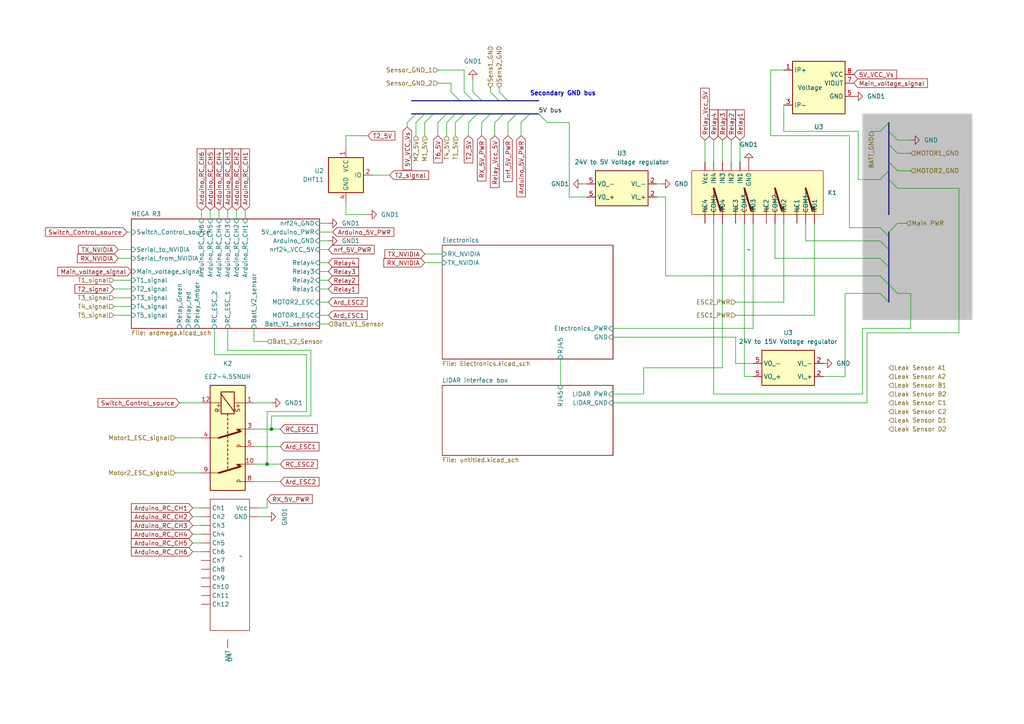
<source format=kicad_sch>
(kicad_sch (version 20230121) (generator eeschema)
  (paper "A4")
  (lib_symbols
    (symbol "ACS715xLCTR-20A_1"
      (property "Reference" "U1" (at -1.2065 11.43 0))
      (property "Value" "Current sensor" (at -1.2065 8.89 0))
      (symbol "ACS715xLCTR-20A_1_0_1"
        (rectangle (start -7.62 7.62) (end 7.62 -7.62) (stroke (width 0.254)) (fill (type background)))
      )
      (symbol "ACS715xLCTR-20A_1_1_1"
        (pin passive line (at -10.16 5.08 0) (length 2.54) (name "IP+") (number "1"))
        (pin passive line (at -10.16 5.08 0) (length 2.54) hide (name "IP+") (number "2"))
        (pin passive line (at -10.16 -5.08 0) (length 2.54) (name "IP-") (number "3"))
        (pin passive line (at -10.16 -5.08 0) (length 2.54) hide (name "IP-") (number "4"))
        (pin power_in line (at 10.16 -2.54 180) (length 2.54) (name "GND") (number "5"))
        (pin output line (at 10.16 1.27 180) (length 2.54) (name "VIOUT") (number "7"))
        (pin power_in line (at 10.16 3.81 180) (length 2.54) (name "VCC") (number "8"))
      )
    )
    (symbol "MRS:4way_Relay"
      (property "Reference" "K1" (at 0 -1.27 90))
      (property "Value" "~" (at 3.81 15.24 0))
      (symbol "4way_Relay_0_1"
        (polyline (pts (xy -12.7 -2.54) (xy -12.7 5.08)))
        (polyline (pts (xy -3.81 -2.54) (xy -3.81 5.08)))
        (polyline (pts (xy 5.08 -2.54) (xy 5.08 5.08)))
        (polyline (pts (xy 13.97 -2.54) (xy 13.97 5.08)))
      )
      (symbol "4way_Relay_1_1"
        (rectangle (start -17.78 5.08) (end 20.32 -7.62) (fill (type background)))
        (polyline (pts (xy -12.7 -2.54) (xy -14.605 3.81)) (stroke (width 0.508)))
        (polyline (pts (xy -3.81 -2.54) (xy -5.715 3.81)) (stroke (width 0.508)))
        (polyline (pts (xy 5.08 -2.54) (xy 3.175 3.81)) (stroke (width 0.508)))
        (polyline (pts (xy 13.97 -2.54) (xy 12.065 3.81)) (stroke (width 0.508)))
        (polyline (pts (xy -15.24 5.08) (xy -15.24 2.54) (xy -14.605 3.175) (xy -15.24 3.81)) (fill (type outline)))
        (polyline (pts (xy -10.16 5.08) (xy -10.16 2.54) (xy -10.795 3.175) (xy -10.16 3.81)))
        (polyline (pts (xy -6.35 5.08) (xy -6.35 2.54) (xy -5.715 3.175) (xy -6.35 3.81)) (fill (type outline)))
        (polyline (pts (xy -1.27 5.08) (xy -1.27 2.54) (xy -1.905 3.175) (xy -1.27 3.81)))
        (polyline (pts (xy 2.54 5.08) (xy 2.54 2.54) (xy 3.175 3.175) (xy 2.54 3.81)) (fill (type outline)))
        (polyline (pts (xy 7.62 5.08) (xy 7.62 2.54) (xy 6.985 3.175) (xy 7.62 3.81)))
        (polyline (pts (xy 11.43 5.08) (xy 11.43 2.54) (xy 12.065 3.175) (xy 11.43 3.81)) (fill (type outline)))
        (polyline (pts (xy 16.51 5.08) (xy 16.51 2.54) (xy 15.875 3.175) (xy 16.51 3.81)))
        (pin input line (at -12.7 7.62 270) (length 2.54) (name "COM1") (number ""))
        (pin input line (at -3.81 7.62 270) (length 2.54) (name "COM2") (number ""))
        (pin input line (at 5.08 7.62 270) (length 2.54) (name "COM3") (number ""))
        (pin input line (at 13.97 7.62 270) (length 2.54) (name "COM4") (number ""))
        (pin output line (at 3.81 -10.16 90) (length 2.54) (name "GND") (number ""))
        (pin input line (at 6.35 -10.16 90) (length 2.54) (name "IN1") (number ""))
        (pin input line (at 8.89 -10.16 90) (length 2.54) (name "IN2") (number ""))
        (pin input line (at 11.43 -10.16 90) (length 2.54) (name "IN3") (number ""))
        (pin input line (at 13.97 -10.16 90) (length 2.54) (name "IN4") (number ""))
        (pin output line (at -10.16 7.62 270) (length 2.54) (name "NC1") (number ""))
        (pin output line (at -1.27 7.62 270) (length 2.54) (name "NC2") (number ""))
        (pin output line (at 7.62 7.62 270) (length 2.54) (name "NC3") (number ""))
        (pin output line (at 16.51 7.62 270) (length 2.54) (name "NC4") (number ""))
        (pin output line (at -15.24 7.62 270) (length 2.54) (name "NO1") (number ""))
        (pin output line (at -6.35 7.62 270) (length 2.54) (name "NO2") (number ""))
        (pin output line (at 2.54 7.62 270) (length 2.54) (name "NO3") (number ""))
        (pin output line (at 11.43 7.62 270) (length 2.54) (name "NO4") (number ""))
        (pin input line (at 16.51 -10.16 90) (length 2.54) (name "Vcc") (number ""))
      )
    )
    (symbol "MRS:PTN78000W_EUS-5"
      (property "Reference" "U1" (at 0 10.16 0))
      (property "Value" "18V to 5V Voltage regulator" (at 0 7.62 0))
      (symbol "PTN78000W_EUS-5_0_1"
        (rectangle (start -7.62 5.08) (end 7.62 -5.08) (stroke (width 0.254)) (fill (type background)))
      )
      (symbol "PTN78000W_EUS-5_1_1"
        (pin power_in line (at -10.16 2.54 0) (length 2.54) (name "VI_+") (number "2"))
        (pin power_in line (at -10.16 -1.27 0) (length 2.54) (name "VI_-") (number "2"))
        (pin power_out line (at 10.16 2.54 180) (length 2.54) (name "VO_+") (number "5"))
        (pin power_out line (at 10.16 -1.27 180) (length 2.54) (name "VO_-") (number "5"))
      )
    )
    (symbol "MRS:R12DS"
      (property "Reference" "U" (at 0 0 0))
      (symbol "R12DS_0_1"
        (rectangle (start -3.81 21.59) (end 7.62 -16.51))
      )
      (symbol "R12DS_1_0"
        (pin output line (at 10.16 8.89 180) (length 2.54) (name "Ch10") (number ""))
        (pin output line (at 10.16 11.43 180) (length 2.54) (name "Ch11") (number ""))
        (pin output line (at 10.16 13.97 180) (length 2.54) (name "Ch12") (number ""))
        (pin output line (at 10.16 -11.43 180) (length 2.54) (name "Ch2") (number ""))
        (pin output line (at 10.16 -8.89 180) (length 2.54) (name "Ch3") (number ""))
        (pin output line (at 10.16 -6.35 180) (length 2.54) (name "Ch4") (number ""))
        (pin output line (at 10.16 -3.81 180) (length 2.54) (name "Ch5") (number ""))
        (pin output line (at 10.16 -1.27 180) (length 2.54) (name "Ch6") (number ""))
        (pin output line (at 10.16 1.27 180) (length 2.54) (name "Ch7") (number ""))
        (pin output line (at 10.16 3.81 180) (length 2.54) (name "Ch8") (number ""))
        (pin output line (at 10.16 6.35 180) (length 2.54) (name "Ch9") (number ""))
      )
      (symbol "R12DS_1_1"
        (pin input line (at 2.54 24.13 90) (length 2.54) (name "ANT") (number ""))
        (pin output line (at 10.16 -13.97 180) (length 2.54) (name "Ch1") (number ""))
        (pin output line (at -6.35 -11.43 0) (length 2.54) (name "GND") (number ""))
        (pin input line (at -6.35 -13.97 0) (length 2.54) (name "Vcc") (number ""))
      )
    )
    (symbol "Relay:EE2-4.5SNUH"
      (property "Reference" "K" (at 15.24 8.89 0))
      (property "Value" "EE2-4.5SNUH" (at 20.32 6.35 0))
      (symbol "EE2-4.5SNUH_1_1"
        (rectangle (start -15.24 5.08) (end 15.24 -5.08) (stroke (width 0.254)) (fill (type background)))
        (rectangle (start -13.335 1.905) (end -6.985 -1.905) (stroke (width 0.254)))
        (polyline (pts (xy -12.7 -1.905) (xy -7.62 1.905)) (stroke (width 0.254)))
        (polyline (pts (xy -10.16 -5.08) (xy -10.16 -1.905)))
        (polyline (pts (xy -10.16 5.08) (xy -10.16 1.905)))
        (polyline (pts (xy -6.985 0) (xy -6.35 0)) (stroke (width 0.254)))
        (polyline (pts (xy -5.715 0) (xy -5.08 0)) (stroke (width 0.254)))
        (polyline (pts (xy -4.445 0) (xy -3.81 0)) (stroke (width 0.254)))
        (polyline (pts (xy -3.175 0) (xy -2.54 0)) (stroke (width 0.254)))
        (polyline (pts (xy -1.905 0) (xy -1.27 0)) (stroke (width 0.254)))
        (polyline (pts (xy -0.635 0) (xy 0 0)) (stroke (width 0.254)))
        (polyline (pts (xy 0 -2.54) (xy -1.905 3.81)) (stroke (width 0.508)))
        (polyline (pts (xy 0 -2.54) (xy 0 -5.08)))
        (polyline (pts (xy 0.635 0) (xy 1.27 0)) (stroke (width 0.254)))
        (polyline (pts (xy 1.905 0) (xy 2.54 0)) (stroke (width 0.254)))
        (polyline (pts (xy 3.175 0) (xy 3.81 0)) (stroke (width 0.254)))
        (polyline (pts (xy 4.445 0) (xy 5.08 0)) (stroke (width 0.254)))
        (polyline (pts (xy 5.715 0) (xy 6.35 0)) (stroke (width 0.254)))
        (polyline (pts (xy 6.985 0) (xy 7.62 0)) (stroke (width 0.254)))
        (polyline (pts (xy 8.255 0) (xy 8.89 0)) (stroke (width 0.254)))
        (polyline (pts (xy 10.16 -2.54) (xy 8.255 3.81)) (stroke (width 0.508)))
        (polyline (pts (xy 10.16 -2.54) (xy 10.16 -5.08)))
        (polyline (pts (xy -2.54 5.08) (xy -2.54 2.54) (xy -1.905 3.175) (xy -2.54 3.81)) (fill (type outline)))
        (polyline (pts (xy 2.54 5.08) (xy 2.54 2.54) (xy 1.905 3.175) (xy 2.54 3.81)))
        (polyline (pts (xy 7.62 5.08) (xy 7.62 2.54) (xy 8.255 3.175) (xy 7.62 3.81)) (fill (type outline)))
        (polyline (pts (xy 12.7 5.08) (xy 12.7 2.54) (xy 12.065 3.175) (xy 12.7 3.81)))
        (text "+" (at -9.398 -2.667 0) (effects (font (size 1.27 1.27))))
        (text "+" (at -9.271 2.921 0) (effects (font (size 1.27 1.27))))
        (text "R" (at -8.001 -2.921 0) (effects (font (size 1.27 1.27))))
        (text "S" (at -8.001 2.921 0) (effects (font (size 1.27 1.27))))
        (pin passive line (at -10.16 7.62 270) (length 2.54) (name "~") (number "1"))
        (pin passive line (at 7.62 7.62 270) (length 2.54) (name "~") (number "10"))
        (pin passive line (at -10.16 -7.62 90) (length 2.54) (name "~") (number "12"))
        (pin passive line (at -2.54 7.62 270) (length 2.54) (name "~") (number "3"))
        (pin passive line (at 0 -7.62 90) (length 2.54) (name "~") (number "4"))
        (pin passive line (at 2.54 7.62 270) (length 2.54) (name "~") (number "5"))
        (pin passive line (at 12.7 7.62 270) (length 2.54) (name "~") (number "8"))
        (pin passive line (at 10.16 -7.62 90) (length 2.54) (name "~") (number "9"))
      )
    )
    (symbol "Sensor:DHT11"
      (property "Reference" "U" (at -3.81 6.35 0))
      (property "Value" "DHT11" (at 3.81 6.35 0))
      (symbol "DHT11_0_1"
        (rectangle (start -5.08 5.08) (end 5.08 -5.08) (stroke (width 0.254)) (fill (type background)))
      )
      (symbol "DHT11_1_1"
        (pin power_in line (at 0 7.62 270) (length 2.54) (name "VCC") (number "1"))
        (pin bidirectional line (at 7.62 0 180) (length 2.54) (name "IO") (number "2"))
        (pin no_connect line (at -5.08 0 0) (length 2.54) hide (name "NC") (number "3"))
        (pin power_in line (at 0 -7.62 90) (length 2.54) (name "GND") (number "4"))
      )
    )
    (symbol "power:GND" (power) (pin_names (offset 0))
      (property "Value" "GND" (at 0 -3.81 0))
      (symbol "GND_0_1"
        (polyline (pts (xy 0 0) (xy 0 -1.27) (xy 1.27 -1.27) (xy 0 -2.54) (xy -1.27 -1.27) (xy 0 -1.27)))
      )
      (symbol "GND_1_1"
        (pin power_in line (at 0 0 270) (length 0) hide (name "GND") (number "1"))
      )
    )
    (symbol "power:GND1" (power) (pin_names (offset 0))
      (property "Value" "GND1" (at 0 -3.81 0))
      (symbol "GND1_0_1"
        (polyline (pts (xy 0 0) (xy 0 -1.27) (xy 1.27 -1.27) (xy 0 -2.54) (xy -1.27 -1.27) (xy 0 -1.27)))
      )
      (symbol "GND1_1_1"
        (pin power_in line (at 0 0 270) (length 0) hide (name "GND1") (number "1"))
      )
    )
  )
  (junction (at 78.74 124.46))
  (junction (at 77.47 134.62))
  (bus_entry (at 257.81 38.1) (size 2.54 2.54))
  (bus_entry (at 257.81 67.31) (size 2.54 -2.54))
  (bus_entry (at 129.54 33.02) (size -2.54 2.54))
  (bus_entry (at 257.81 77.47) (size -2.54 -2.54))
  (bus_entry (at 142.24 33.02) (size -2.54 2.54))
  (bus_entry (at 146.05 33.02) (size -2.54 2.54))
  (bus_entry (at 153.67 33.02) (size -2.54 2.54))
  (bus_entry (at 130.81 26.67) (size 2.54 2.54))
  (bus_entry (at 255.27 66.04) (size 2.54 2.54))
  (bus_entry (at 142.24 26.67) (size 2.54 2.54))
  (bus_entry (at 134.62 33.02) (size -2.54 2.54))
  (bus_entry (at 138.43 33.02) (size -2.54 2.54))
  (bus_entry (at 257.81 87.63) (size -2.54 -2.54))
  (bus_entry (at 257.81 49.53) (size -2.54 2.54))
  (bus_entry (at 257.81 41.91) (size 2.54 2.54))
  (bus_entry (at 134.62 26.67) (size 2.54 2.54))
  (bus_entry (at 132.08 33.02) (size -2.54 2.54))
  (bus_entry (at 144.78 26.67) (size 2.54 2.54))
  (bus_entry (at 257.81 46.99) (size 2.54 2.54))
  (bus_entry (at 257.81 82.55) (size 2.54 2.54))
  (bus_entry (at 257.81 72.39) (size -2.54 -2.54))
  (bus_entry (at 120.65 33.02) (size -2.54 2.54))
  (bus_entry (at 149.86 33.02) (size -2.54 2.54))
  (bus_entry (at 137.16 26.67) (size 2.54 2.54))
  (bus_entry (at 257.81 52.07) (size 2.54 2.54))
  (bus_entry (at 156.21 33.02) (size 2.54 2.54))
  (bus_entry (at 123.19 33.02) (size -2.54 2.54))
  (bus_entry (at 125.73 33.02) (size -2.54 2.54))
  (bus_entry (at 257.81 82.55) (size -2.54 -2.54))
  (bus_entry (at 257.81 35.56) (size -2.54 2.54))
  (wire (pts (xy 214.63 40.64) (xy 214.63 46.99)))
  (wire (pts (xy 264.16 49.53) (xy 260.35 49.53)))
  (wire (pts (xy 78.74 120.65) (xy 90.17 120.65)))
  (wire (pts (xy 78.74 124.46) (xy 81.28 124.46)))
  (wire (pts (xy 92.71 69.85) (xy 95.25 69.85)))
  (wire (pts (xy 34.29 74.93) (xy 38.1 74.93)))
  (wire (pts (xy 90.17 120.65) (xy 90.17 101.6)))
  (wire (pts (xy 193.04 57.15) (xy 193.04 80.01)))
  (wire (pts (xy 209.55 40.64) (xy 209.55 46.99)))
  (wire (pts (xy 207.01 40.64) (xy 207.01 46.99)))
  (wire (pts (xy 255.27 38.1) (xy 252.73 38.1)))
  (wire (pts (xy 123.19 35.56) (xy 123.19 39.37)))
  (wire (pts (xy 215.9 109.22) (xy 218.44 109.22)))
  (wire (pts (xy 33.02 88.9) (xy 38.1 88.9)))
  (wire (pts (xy 73.66 95.25) (xy 73.66 99.06)))
  (wire (pts (xy 227.33 38.1) (xy 248.92 38.1)))
  (wire (pts (xy 123.19 76.2) (xy 128.27 76.2)))
  (wire (pts (xy 73.66 99.06) (xy 77.47 99.06)))
  (wire (pts (xy 92.71 81.28) (xy 95.25 81.28)))
  (bus (pts (xy 137.16 29.21) (xy 139.7 29.21)))
  (bus (pts (xy 257.81 82.55) (xy 257.81 87.63)))
  (wire (pts (xy 55.88 152.4) (xy 58.42 152.4)))
  (wire (pts (xy 92.71 72.39) (xy 95.25 72.39)))
  (wire (pts (xy 227.33 64.77) (xy 227.33 87.63)))
  (wire (pts (xy 245.11 109.22) (xy 245.11 85.09)))
  (wire (pts (xy 134.62 26.67) (xy 134.62 20.32)))
  (wire (pts (xy 215.9 64.77) (xy 215.9 109.22)))
  (wire (pts (xy 193.04 80.01) (xy 255.27 80.01)))
  (wire (pts (xy 55.88 154.94) (xy 58.42 154.94)))
  (wire (pts (xy 264.16 40.64) (xy 260.35 40.64)))
  (bus (pts (xy 257.81 49.53) (xy 257.81 46.99)))
  (wire (pts (xy 127 35.56) (xy 127 39.37)))
  (wire (pts (xy 190.5 53.34) (xy 191.77 53.34)))
  (bus (pts (xy 133.35 29.21) (xy 137.16 29.21)))
  (wire (pts (xy 88.9 102.87) (xy 62.23 102.87)))
  (wire (pts (xy 78.74 124.46) (xy 78.74 120.65)))
  (wire (pts (xy 58.42 60.96) (xy 58.42 63.5)))
  (wire (pts (xy 223.52 20.32) (xy 227.33 20.32)))
  (wire (pts (xy 73.66 139.7) (xy 81.28 139.7)))
  (wire (pts (xy 77.47 144.78) (xy 77.47 147.32)))
  (bus (pts (xy 257.81 38.1) (xy 257.81 35.56)))
  (wire (pts (xy 92.71 91.44) (xy 95.25 91.44)))
  (wire (pts (xy 33.02 91.44) (xy 38.1 91.44)))
  (wire (pts (xy 92.71 83.82) (xy 95.25 83.82)))
  (wire (pts (xy 233.68 69.85) (xy 233.68 64.77)))
  (bus (pts (xy 149.86 33.02) (xy 153.67 33.02)))
  (bus (pts (xy 123.19 33.02) (xy 125.73 33.02)))
  (wire (pts (xy 250.19 114.3) (xy 207.01 114.3)))
  (wire (pts (xy 63.5 60.96) (xy 63.5 63.5)))
  (wire (pts (xy 223.52 39.37) (xy 223.52 20.32)))
  (wire (pts (xy 77.47 134.62) (xy 77.47 119.38)))
  (wire (pts (xy 207.01 114.3) (xy 207.01 64.77)))
  (bus (pts (xy 153.67 33.02) (xy 156.21 33.02)))
  (wire (pts (xy 168.91 53.34) (xy 170.18 53.34)))
  (bus (pts (xy 257.81 68.58) (xy 257.81 72.39)))
  (bus (pts (xy 134.62 33.02) (xy 138.43 33.02)))
  (wire (pts (xy 36.83 67.31) (xy 38.1 67.31)))
  (wire (pts (xy 144.78 25.4) (xy 144.78 26.67)))
  (wire (pts (xy 130.81 24.13) (xy 127 24.13)))
  (wire (pts (xy 74.93 149.86) (xy 77.47 149.86)))
  (bus (pts (xy 138.43 33.02) (xy 142.24 33.02)))
  (wire (pts (xy 246.38 66.04) (xy 246.38 39.37)))
  (wire (pts (xy 73.66 124.46) (xy 78.74 124.46)))
  (bus (pts (xy 257.81 52.07) (xy 257.81 49.53)))
  (wire (pts (xy 62.23 95.25) (xy 62.23 102.87)))
  (wire (pts (xy 151.13 35.56) (xy 151.13 39.37)))
  (wire (pts (xy 52.07 116.84) (xy 58.42 116.84)))
  (wire (pts (xy 238.76 109.22) (xy 245.11 109.22)))
  (wire (pts (xy 33.02 83.82) (xy 38.1 83.82)))
  (wire (pts (xy 260.35 64.77) (xy 262.89 64.77)))
  (wire (pts (xy 213.36 91.44) (xy 236.22 91.44)))
  (wire (pts (xy 55.88 160.02) (xy 58.42 160.02)))
  (wire (pts (xy 90.17 101.6) (xy 66.04 101.6)))
  (bus (pts (xy 125.73 33.02) (xy 129.54 33.02)))
  (wire (pts (xy 186.69 106.68) (xy 186.69 114.3)))
  (wire (pts (xy 260.35 54.61) (xy 278.13 54.61)))
  (wire (pts (xy 33.02 81.28) (xy 38.1 81.28)))
  (wire (pts (xy 135.89 35.56) (xy 135.89 39.37)))
  (wire (pts (xy 251.46 116.84) (xy 251.46 96.52)))
  (wire (pts (xy 130.81 26.67) (xy 130.81 24.13)))
  (wire (pts (xy 60.96 60.96) (xy 60.96 63.5)))
  (wire (pts (xy 158.75 35.56) (xy 165.1 35.56)))
  (wire (pts (xy 92.71 67.31) (xy 96.52 67.31)))
  (bus (pts (xy 119.38 29.21) (xy 133.35 29.21)))
  (bus (pts (xy 119.38 33.02) (xy 120.65 33.02)))
  (wire (pts (xy 92.71 76.2) (xy 95.25 76.2)))
  (wire (pts (xy 213.36 87.63) (xy 227.33 87.63)))
  (wire (pts (xy 213.36 105.41) (xy 213.36 97.79)))
  (wire (pts (xy 264.16 95.25) (xy 264.16 85.09)))
  (wire (pts (xy 71.12 60.96) (xy 71.12 63.5)))
  (wire (pts (xy 143.51 35.56) (xy 143.51 39.37)))
  (wire (pts (xy 92.71 78.74) (xy 95.25 78.74)))
  (wire (pts (xy 204.47 40.64) (xy 204.47 46.99)))
  (wire (pts (xy 107.95 50.8) (xy 113.03 50.8)))
  (wire (pts (xy 255.27 66.04) (xy 246.38 66.04)))
  (wire (pts (xy 251.46 96.52) (xy 278.13 96.52)))
  (wire (pts (xy 142.24 25.4) (xy 142.24 26.67)))
  (wire (pts (xy 139.7 35.56) (xy 139.7 39.37)))
  (wire (pts (xy 137.16 22.86) (xy 137.16 26.67)))
  (bus (pts (xy 144.78 29.21) (xy 147.32 29.21)))
  (wire (pts (xy 246.38 39.37) (xy 223.52 39.37)))
  (wire (pts (xy 77.47 119.38) (xy 88.9 119.38)))
  (wire (pts (xy 278.13 96.52) (xy 278.13 54.61)))
  (wire (pts (xy 100.33 62.23) (xy 106.68 62.23)))
  (wire (pts (xy 50.8 137.16) (xy 58.42 137.16)))
  (wire (pts (xy 236.22 64.77) (xy 236.22 91.44)))
  (bus (pts (xy 132.08 33.02) (xy 134.62 33.02)))
  (wire (pts (xy 92.71 64.77) (xy 95.25 64.77)))
  (wire (pts (xy 147.32 35.56) (xy 147.32 39.37)))
  (wire (pts (xy 218.44 64.77) (xy 218.44 95.25)))
  (wire (pts (xy 77.47 147.32) (xy 74.93 147.32)))
  (wire (pts (xy 186.69 114.3) (xy 177.8 114.3)))
  (wire (pts (xy 213.36 97.79) (xy 177.8 97.79)))
  (wire (pts (xy 100.33 43.18) (xy 100.33 39.37)))
  (bus (pts (xy 129.54 33.02) (xy 132.08 33.02)))
  (wire (pts (xy 260.35 85.09) (xy 264.16 85.09)))
  (wire (pts (xy 177.8 116.84) (xy 251.46 116.84)))
  (wire (pts (xy 127 20.32) (xy 134.62 20.32)))
  (wire (pts (xy 165.1 35.56) (xy 165.1 57.15)))
  (wire (pts (xy 66.04 60.96) (xy 66.04 63.5)))
  (wire (pts (xy 66.04 95.25) (xy 66.04 101.6)))
  (wire (pts (xy 123.19 73.66) (xy 128.27 73.66)))
  (wire (pts (xy 92.71 87.63) (xy 95.25 87.63)))
  (wire (pts (xy 212.09 40.64) (xy 212.09 46.99)))
  (wire (pts (xy 33.02 86.36) (xy 38.1 86.36)))
  (wire (pts (xy 255.27 69.85) (xy 233.68 69.85)))
  (wire (pts (xy 132.08 35.56) (xy 132.08 39.37)))
  (wire (pts (xy 209.55 64.77) (xy 209.55 106.68)))
  (bus (pts (xy 147.32 29.21) (xy 156.21 29.21)))
  (wire (pts (xy 255.27 74.93) (xy 224.79 74.93)))
  (wire (pts (xy 209.55 106.68) (xy 186.69 106.68)))
  (wire (pts (xy 73.66 134.62) (xy 77.47 134.62)))
  (wire (pts (xy 55.88 149.86) (xy 58.42 149.86)))
  (wire (pts (xy 73.66 116.84) (xy 78.74 116.84)))
  (wire (pts (xy 55.88 157.48) (xy 58.42 157.48)))
  (wire (pts (xy 100.33 58.42) (xy 100.33 62.23)))
  (wire (pts (xy 170.18 57.15) (xy 165.1 57.15)))
  (wire (pts (xy 250.19 114.3) (xy 250.19 95.25)))
  (wire (pts (xy 218.44 105.41) (xy 213.36 105.41)))
  (wire (pts (xy 177.8 95.25) (xy 218.44 95.25)))
  (bus (pts (xy 257.81 46.99) (xy 257.81 41.91)))
  (wire (pts (xy 250.19 95.25) (xy 264.16 95.25)))
  (bus (pts (xy 257.81 62.23) (xy 257.81 52.07)))
  (wire (pts (xy 118.11 35.56) (xy 118.11 36.83)))
  (wire (pts (xy 162.56 104.14) (xy 162.56 111.76)))
  (bus (pts (xy 257.81 72.39) (xy 257.81 77.47)))
  (wire (pts (xy 120.65 35.56) (xy 120.65 39.37)))
  (wire (pts (xy 73.66 129.54) (xy 81.28 129.54)))
  (bus (pts (xy 142.24 33.02) (xy 146.05 33.02)))
  (bus (pts (xy 120.65 33.02) (xy 123.19 33.02)))
  (wire (pts (xy 50.8 127) (xy 58.42 127)))
  (wire (pts (xy 55.88 147.32) (xy 58.42 147.32)))
  (bus (pts (xy 257.81 67.31) (xy 257.81 68.58)))
  (wire (pts (xy 248.92 38.1) (xy 248.92 52.07)))
  (wire (pts (xy 77.47 134.62) (xy 81.28 134.62)))
  (wire (pts (xy 227.33 30.48) (xy 227.33 38.1)))
  (bus (pts (xy 257.81 41.91) (xy 257.81 38.1)))
  (wire (pts (xy 68.58 60.96) (xy 68.58 63.5)))
  (bus (pts (xy 257.81 77.47) (xy 257.81 82.55)))
  (wire (pts (xy 34.29 72.39) (xy 38.1 72.39)))
  (wire (pts (xy 224.79 74.93) (xy 224.79 64.77)))
  (wire (pts (xy 129.54 35.56) (xy 129.54 39.37)))
  (wire (pts (xy 245.11 85.09) (xy 255.27 85.09)))
  (wire (pts (xy 248.92 52.07) (xy 255.27 52.07)))
  (wire (pts (xy 95.25 93.98) (xy 92.71 93.98)))
  (bus (pts (xy 146.05 33.02) (xy 149.86 33.02)))
  (wire (pts (xy 100.33 39.37) (xy 106.68 39.37)))
  (wire (pts (xy 193.04 57.15) (xy 190.5 57.15)))
  (wire (pts (xy 88.9 119.38) (xy 88.9 102.87)))
  (bus (pts (xy 139.7 29.21) (xy 144.78 29.21)))
  (wire (pts (xy 264.16 44.45) (xy 260.35 44.45)))
  (rectangle (start 250.19 33.02) (end 281.94 92.71) (stroke (width 0) (color 194 194 194 1)) (fill (type color) (color 194 194 194 1)))
  (text "Secondary GND bus\n" (at 153.67 27.94 0) (effects (font (size 1.27 1.27) bold) (justify left bottom)))
  (label "5V bus" (at 156.21 33.02 0))
  (global_label "Arduino_RC_CH1" (shape input) (at 71.12 60.96 90) (property "Intersheetrefs" "${INTERSHEET_REFS}" (effects hide)))
  (global_label "TX_NVIDIA" (shape input) (at 123.19 73.66 180) (property "Intersheetrefs" "${INTERSHEET_REFS}" (effects hide)))
  (global_label "Arduino_RC_CH2" (shape input) (at 68.58 60.96 90) (property "Intersheetrefs" "${INTERSHEET_REFS}" (effects hide)))
  (global_label "Switch_Control_source" (shape input) (at 36.83 67.31 180) (property "Intersheetrefs" "${INTERSHEET_REFS}" (effects hide)))
  (global_label "Ard_ESC2" (shape input) (at 81.28 139.7 0) (property "Intersheetrefs" "${INTERSHEET_REFS}" (effects hide)))
  (global_label "Arduino_RC_CH6" (shape input) (at 55.88 160.02 180) (property "Intersheetrefs" "${INTERSHEET_REFS}" (effects hide)))
  (global_label "Relay3" (shape input) (at 95.25 78.74 0) (property "Intersheetrefs" "${INTERSHEET_REFS}" (effects hide)))
  (global_label "RC_ESC2" (shape input) (at 81.28 134.62 0) (property "Intersheetrefs" "${INTERSHEET_REFS}" (effects hide)))
  (global_label "T2_signal" (shape input) (at 33.02 83.82 180) (property "Intersheetrefs" "${INTERSHEET_REFS}" (effects hide)))
  (global_label "RC_ESC1" (shape input) (at 81.28 124.46 0) (property "Intersheetrefs" "${INTERSHEET_REFS}" (effects hide)))
  (global_label "Relay_Vcc_5V" (shape input) (at 204.47 40.64 90) (property "Intersheetrefs" "${INTERSHEET_REFS}" (effects hide)))
  (global_label "Arduino_RC_CH3" (shape input) (at 55.88 152.4 180) (property "Intersheetrefs" "${INTERSHEET_REFS}" (effects hide)))
  (global_label "Relay2" (shape input) (at 95.25 81.28 0) (property "Intersheetrefs" "${INTERSHEET_REFS}" (effects hide)))
  (global_label "Main_voltage_signal" (shape input) (at 247.65 24.13 0) (property "Intersheetrefs" "${INTERSHEET_REFS}" (effects hide)))
  (global_label "Main_voltage_signal" (shape input) (at 38.1 78.74 180) (property "Intersheetrefs" "${INTERSHEET_REFS}" (effects hide)))
  (global_label "Arduino_RC_CH1" (shape input) (at 55.88 147.32 180) (property "Intersheetrefs" "${INTERSHEET_REFS}" (effects hide)))
  (global_label "5V_VCC_Vs" (shape input) (at 118.11 36.83 270) (property "Intersheetrefs" "${INTERSHEET_REFS}" (effects hide)))
  (global_label "Relay2" (shape input) (at 212.09 40.64 90) (property "Intersheetrefs" "${INTERSHEET_REFS}" (effects hide)))
  (global_label "nrf_5V_PWR" (shape input) (at 147.32 39.37 270) (property "Intersheetrefs" "${INTERSHEET_REFS}" (effects hide)))
  (global_label "Relay4" (shape input) (at 95.25 76.2 0) (property "Intersheetrefs" "${INTERSHEET_REFS}" (effects hide)))
  (global_label "T2_5V" (shape input) (at 106.68 39.37 0) (property "Intersheetrefs" "${INTERSHEET_REFS}" (effects hide)))
  (global_label "Switch_Control_source" (shape input) (at 52.07 116.84 180) (property "Intersheetrefs" "${INTERSHEET_REFS}" (effects hide)))
  (global_label "T2_5V" (shape input) (at 135.89 39.37 270) (property "Intersheetrefs" "${INTERSHEET_REFS}" (effects hide)))
  (global_label "Arduino_5V_PWR" (shape input) (at 96.52 67.31 0) (property "Intersheetrefs" "${INTERSHEET_REFS}" (effects hide)))
  (global_label "Relay_Vcc_5V" (shape input) (at 143.51 39.37 270) (property "Intersheetrefs" "${INTERSHEET_REFS}" (effects hide)))
  (global_label "Relay1" (shape input) (at 95.25 83.82 0) (property "Intersheetrefs" "${INTERSHEET_REFS}" (effects hide)))
  (global_label "RX_5V_PWR" (shape input) (at 77.47 144.78 0) (property "Intersheetrefs" "${INTERSHEET_REFS}" (effects hide)))
  (global_label "RX_NVIDIA" (shape input) (at 34.29 74.93 180) (property "Intersheetrefs" "${INTERSHEET_REFS}" (effects hide)))
  (global_label "Ard_ESC2" (shape input) (at 95.25 87.63 0) (property "Intersheetrefs" "${INTERSHEET_REFS}" (effects hide)))
  (global_label "Arduino_5V_PWR" (shape input) (at 151.13 39.37 270) (property "Intersheetrefs" "${INTERSHEET_REFS}" (effects hide)))
  (global_label "Ard_ESC1" (shape input) (at 81.28 129.54 0) (property "Intersheetrefs" "${INTERSHEET_REFS}" (effects hide)))
  (global_label "Arduino_RC_CH4" (shape input) (at 63.5 60.96 90) (property "Intersheetrefs" "${INTERSHEET_REFS}" (effects hide)))
  (global_label "Arduino_RC_CH5" (shape input) (at 60.96 60.96 90) (property "Intersheetrefs" "${INTERSHEET_REFS}" (effects hide)))
  (global_label "5V_VCC_Vs" (shape input) (at 247.65 21.59 0) (property "Intersheetrefs" "${INTERSHEET_REFS}" (effects hide)))
  (global_label "RX_NVIDIA" (shape input) (at 123.19 76.2 180) (property "Intersheetrefs" "${INTERSHEET_REFS}" (effects hide)))
  (global_label "Arduino_RC_CH5" (shape input) (at 55.88 157.48 180) (property "Intersheetrefs" "${INTERSHEET_REFS}" (effects hide)))
  (global_label "Relay1" (shape input) (at 214.63 40.64 90) (property "Intersheetrefs" "${INTERSHEET_REFS}" (effects hide)))
  (global_label "Arduino_RC_CH3" (shape input) (at 66.04 60.96 90) (property "Intersheetrefs" "${INTERSHEET_REFS}" (effects hide)))
  (global_label "Arduino_RC_CH2" (shape input) (at 55.88 149.86 180) (property "Intersheetrefs" "${INTERSHEET_REFS}" (effects hide)))
  (global_label "Arduino_RC_CH6" (shape input) (at 58.42 60.96 90) (property "Intersheetrefs" "${INTERSHEET_REFS}" (effects hide)))
  (global_label "T2_signal" (shape input) (at 113.03 50.8 0) (property "Intersheetrefs" "${INTERSHEET_REFS}" (effects hide)))
  (global_label "Relay4" (shape input) (at 207.01 40.64 90) (property "Intersheetrefs" "${INTERSHEET_REFS}" (effects hide)))
  (global_label "Relay3" (shape input) (at 209.55 40.64 90) (property "Intersheetrefs" "${INTERSHEET_REFS}" (effects hide)))
  (global_label "Ard_ESC1" (shape input) (at 95.25 91.44 0) (property "Intersheetrefs" "${INTERSHEET_REFS}" (effects hide)))
  (global_label "Arduino_RC_CH4" (shape input) (at 55.88 154.94 180) (property "Intersheetrefs" "${INTERSHEET_REFS}" (effects hide)))
  (global_label "nrf_5V_PWR" (shape input) (at 95.25 72.39 0) (property "Intersheetrefs" "${INTERSHEET_REFS}" (effects hide)))
  (global_label "TX_NVIDIA" (shape input) (at 34.29 72.39 180) (property "Intersheetrefs" "${INTERSHEET_REFS}" (effects hide)))
  (global_label "T6_5V" (shape input) (at 127 39.37 270) (property "Intersheetrefs" "${INTERSHEET_REFS}" (effects hide)))
  (global_label "RX_5V_PWR" (shape input) (at 139.7 39.37 270) (property "Intersheetrefs" "${INTERSHEET_REFS}" (effects hide)))
  (hierarchical_label "Sens1_GND" (shape input) (at 142.24 25.4 90))
  (hierarchical_label "T3_signal" (shape input) (at 33.02 86.36 180))
  (hierarchical_label "T5_signal" (shape input) (at 33.02 91.44 180))
  (hierarchical_label "Leak Sensor C1" (shape input) (at 257.81 116.84 0))
  (hierarchical_label "Leak Sensor D2" (shape input) (at 257.81 124.46 0))
  (hierarchical_label "Motor2_ESC_signal" (shape input) (at 50.8 137.16 180))
  (hierarchical_label "Leak Sensor B1" (shape input) (at 257.81 111.76 0))
  (hierarchical_label "Leak Sensor B2" (shape input) (at 257.81 114.3 0))
  (hierarchical_label "Batt_V2_Sensor" (shape input) (at 77.47 99.06 0))
  (hierarchical_label "MOTOR1_GND" (shape input) (at 264.16 44.45 0))
  (hierarchical_label "ESC1_PWR" (shape input) (at 213.36 91.44 180))
  (hierarchical_label "Sensor_GND_1" (shape input) (at 127 20.32 180))
  (hierarchical_label "M2_5V" (shape input) (at 120.65 39.37 270))
  (hierarchical_label "Leak Sensor C2" (shape input) (at 257.81 119.38 0))
  (hierarchical_label "Motor1_ESC_signal" (shape input) (at 50.8 127 180))
  (hierarchical_label "Main PWR" (shape input) (at 262.89 64.77 0))
  (hierarchical_label "Leak Sensor D1" (shape input) (at 257.81 121.92 0))
  (hierarchical_label "Leak Sensor A1" (shape input) (at 257.81 106.68 0))
  (hierarchical_label "Sensor_GND_2" (shape input) (at 127 24.13 180))
  (hierarchical_label "Batt_V1_Sensor" (shape input) (at 95.25 93.98 0))
  (hierarchical_label "ESC2_PWR" (shape input) (at 213.36 87.63 180))
  (hierarchical_label "T1_5V" (shape input) (at 132.08 39.37 270))
  (hierarchical_label "T1_signal" (shape input) (at 33.02 81.28 180))
  (hierarchical_label "T4_signal" (shape input) (at 33.02 88.9 180))
  (hierarchical_label "M1_5V" (shape input) (at 123.19 39.37 270))
  (hierarchical_label "T4_5V" (shape input) (at 129.54 39.37 270))
  (hierarchical_label "Leak Sensor A2" (shape input) (at 257.81 109.22 0))
  (hierarchical_label "BATT_GND" (shape input) (at 252.73 38.1 270))
  (hierarchical_label "Sens2_GND" (shape input) (at 144.78 25.4 90))
  (hierarchical_label "MOTOR2_GND" (shape input) (at 264.16 49.53 0))
  (symbol (lib_id "Relay:EE2-4.5SNUH") (at 66.04 127 270) (unit 1)
    (property "Reference" "K2" (at 66.04 105.41 90))
    (property "Value" "EE2-4.5SNUH" (at 66.04 109.22 90))
    (property "Footprint" "Relay_SMD:Relay_DPDT_Kemet_EE2_NUH" (effects hide))
    (property "Datasheet" "https://content.kemet.com/datasheets/KEM_R7002_EC2_EE2.pdf" (effects hide))
    (instances (project "MRS_Strathvoyager_2" (path "" (reference "K2") (unit 1)) (path "" (reference "K3") (unit 1))) (project "Onebox_solution" (path "" (reference "K1") (unit 1))))
  )
  (symbol (lib_id "power:GND1") (at 78.74 116.84 90) (unit 1)
    (property "Reference" "#PWR013" (effects hide))
    (property "Value" "GND1" (at 82.55 116.84 90) (effects (justify right)))
    (instances (project "MRS_Strathvoyager_2" (path "" (reference "#PWR013") (unit 1)) (path "" (reference "#PWR015") (unit 1))) (project "Onebox_solution" (path "" (reference "#PWR03") (unit 1))))
  )
  (symbol (lib_id "power:GND") (at 238.76 105.41 90) (unit 1)
    (property "Reference" "#PWR012" (effects hide))
    (property "Value" "GND" (at 242.57 105.41 90) (effects (justify right)))
    (instances (project "MRS_Strathvoyager_2" (path "" (reference "#PWR012") (unit 1)) (path "" (reference "#PWR020") (unit 1))) (project "Onebox_solution" (path "" (reference "#PWR011") (unit 1))))
  )
  (symbol (lib_id "power:GND1") (at 217.17 46.99 180) (unit 1)
    (property "Reference" "#PWR05" (effects hide))
    (property "Value" "GND1" (at 217.17 41.91 0))
    (instances (project "MRS_Strathvoyager_2" (path "" (reference "#PWR05") (unit 1)) (path "" (reference "#PWR021") (unit 1))) (project "Onebox_solution" (path "" (reference "#PWR09") (unit 1))))
  )
  (symbol (lib_id "Sensor:DHT11") (at 100.33 50.8 0) (unit 1)
    (property "Reference" "U2" (at 93.98 49.53 0) (effects (justify right)))
    (property "Value" "DHT11" (at 93.98 52.07 0) (effects (justify right)))
    (property "Footprint" "Sensor:Aosong_DHT11_5.5x12.0_P2.54mm" (effects hide))
    (property "Datasheet" "http://akizukidenshi.com/download/ds/aosong/DHT11.pdf" (effects hide))
    (instances (project "MRS_Strathvoyager_2" (path "" (reference "U2") (unit 1)) (path "" (reference "T2") (unit 1)) (path "" (reference "T5") (unit 1))) (project "Onebox_solution" (path "" (reference "U1") (unit 1))))
  )
  (symbol (lib_id "power:GND1") (at 247.65 27.94 90) (unit 1)
    (property "Reference" "#PWR03" (effects hide))
    (property "Value" "GND1" (at 251.46 27.94 90) (effects (justify right)))
    (instances (project "MRS_Strathvoyager_2" (path "" (reference "#PWR03") (unit 1)) (path "" (reference "#PWR018") (unit 1))) (project "Onebox_solution" (path "" (reference "#PWR012") (unit 1))))
  )
  (symbol (lib_id "MRS:R12DS") (at 68.58 161.29 180) (unit 1)
    (property "Reference" "U4" (at 66.675 189.23 90) (effects (justify left)))
    (property "Value" "~" (at 69.85 161.29 0))
    (instances (project "MRS_Strathvoyager_2" (path "" (reference "U4") (unit 1)) (path "" (reference "U1") (unit 1))) (project "Onebox_solution" (path "" (reference "U2") (unit 1))))
  )
  (symbol (lib_id "power:GND") (at 191.77 53.34 90) (unit 1)
    (property "Reference" "#PWR012" (effects hide))
    (property "Value" "GND" (at 195.58 53.34 90) (effects (justify right)))
    (instances (project "MRS_Strathvoyager_2" (path "" (reference "#PWR012") (unit 1)) (path "" (reference "#PWR020") (unit 1))) (project "Onebox_solution" (path "" (reference "#PWR08") (unit 1))))
  )
  (symbol (lib_name "ACS715xLCTR-20A_1") (lib_id "Sensor_Current:ACS715xLCTR-20A") (at 237.49 25.4 0) (unit 1)
    (property "Reference" "U3" (at 237.49 36.83 0))
    (property "Value" "Voltage" (at 234.95 25.4 0))
    (property "Footprint" "Package_SO:SOIC-8_3.9x4.9mm_P1.27mm" (effects hide))
    (property "Datasheet" "http://www.allegromicro.com/~/media/Files/Datasheets/ACS715-Datasheet.ashx?la=en" (effects hide))
    (instances (project "MRS" (path "" (reference "U3") (unit 1))) (project "MRS_Strathvoyager_2" (path "" (reference "U9") (unit 1)) (path "" (reference "U10") (unit 1))) (project "Onebox_solution" (path "" (reference "U6") (unit 1)) (path "" (reference "U12") (unit 1))))
  )
  (symbol (lib_id "power:GND1") (at 77.47 149.86 90) (unit 1)
    (property "Reference" "#PWR08" (effects hide))
    (property "Value" "GND1" (at 82.55 149.86 0))
    (instances (project "MRS_Strathvoyager_2" (path "" (reference "#PWR08") (unit 1)) (path "" (reference "#PWR06") (unit 1))) (project "Onebox_solution" (path "" (reference "#PWR02") (unit 1))))
  )
  (symbol (lib_id "power:GND1") (at 95.25 69.85 90) (unit 1)
    (property "Reference" "#PWR01" (effects hide))
    (property "Value" "GND1" (at 99.06 69.85 90) (effects (justify right)))
    (instances (project "MRS_Strathvoyager_2" (path "" (reference "#PWR01") (unit 1)) (path "" (reference "#PWR017") (unit 1))) (project "Onebox_solution" (path "" (reference "#PWR05") (unit 1))))
  )
  (symbol (lib_id "MRS:PTN78000W_EUS-5") (at 228.6 106.68 180) (unit 1)
    (property "Reference" "U3" (at 228.6 96.52 0))
    (property "Value" "24V to 15V Voltage regulator" (at 228.6 99.06 0))
    (property "Footprint" "Module:Texas_EUS_R-PDSS-T5_THT" (effects hide))
    (property "Datasheet" "https://www.ti.com/lit/ds/symlink/ptn78000w.pdf" (effects hide))
    (instances (project "MRS_Strathvoyager_2" (path "" (reference "U3") (unit 1)) (path "" (reference "U11") (unit 1))) (project "Onebox_solution" (path "" (reference "U11") (unit 1))))
  )
  (symbol (lib_id "power:GND1") (at 137.16 22.86 180) (unit 1)
    (property "Reference" "#PWR03" (effects hide))
    (property "Value" "GND1" (at 137.16 17.78 0))
    (instances (project "MRS_Strathvoyager_2" (path "" (reference "#PWR03") (unit 1)) (path "" (reference "#PWR018") (unit 1))) (project "Onebox_solution" (path "" (reference "#PWR06") (unit 1))))
  )
  (symbol (lib_id "power:GND1") (at 95.25 64.77 90) (unit 1)
    (property "Reference" "#PWR02" (effects hide))
    (property "Value" "GND1" (at 99.06 64.77 90) (effects (justify right)))
    (instances (project "MRS_Strathvoyager_2" (path "" (reference "#PWR02") (unit 1)) (path "" (reference "#PWR016") (unit 1))) (project "Onebox_solution" (path "" (reference "#PWR04") (unit 1))))
  )
  (symbol (lib_id "power:GND1") (at 106.68 62.23 90) (unit 1)
    (property "Reference" "#PWR014" (effects hide))
    (property "Value" "GND1" (at 110.49 62.23 90) (effects (justify right)))
    (instances (project "MRS_Strathvoyager_2" (path "" (reference "#PWR014") (unit 1)) (path "" (reference "#PWR04") (unit 1))) (project "Onebox_solution" (path "" (reference "#PWR01") (unit 1))))
  )
  (symbol (lib_id "power:GND") (at 264.16 40.64 90) (unit 1)
    (property "Reference" "#PWR09" (effects hide))
    (property "Value" "GND" (at 267.97 40.64 90) (effects (justify right)))
    (instances (project "MRS_Strathvoyager_2" (path "" (reference "#PWR09") (unit 1)) (path "" (reference "#PWR022") (unit 1))) (project "Onebox_solution" (path "" (reference "#PWR010") (unit 1))))
  )
  (symbol (lib_id "MRS:PTN78000W_EUS-5") (at 180.34 54.61 180) (unit 1)
    (property "Reference" "U3" (at 180.34 44.45 0))
    (property "Value" "24V to 5V Voltage regulator" (at 180.34 46.99 0))
    (property "Footprint" "Module:Texas_EUS_R-PDSS-T5_THT" (effects hide))
    (property "Datasheet" "https://www.ti.com/lit/ds/symlink/ptn78000w.pdf" (effects hide))
    (instances (project "MRS_Strathvoyager_2" (path "" (reference "U3") (unit 1)) (path "" (reference "U11") (unit 1))) (project "Onebox_solution" (path "" (reference "U3") (unit 1))))
  )
  (symbol (lib_id "MRS:4way_Relay") (at 220.98 57.15 180) (unit 1)
    (property "Reference" "K1" (at 240.03 55.88 0) (effects (justify right)))
    (property "Value" "~" (at 217.17 72.39 0))
    (instances (project "MRS_Strathvoyager_2" (path "" (reference "K1") (unit 1)) (path "" (reference "K4") (unit 1))) (project "Onebox_solution" (path "" (reference "K2") (unit 1))))
  )
  (symbol (lib_id "power:GND1") (at 168.91 53.34 270) (unit 1)
    (property "Reference" "#PWR07" (effects hide))
    (property "Value" "GND1" (at 165.1 53.34 90) (effects (justify right)))
    (instances (project "MRS_Strathvoyager_2" (path "" (reference "#PWR07") (unit 1)) (path "" (reference "#PWR019") (unit 1))) (project "Onebox_solution" (path "" (reference "#PWR07") (unit 1))))
  )
  (sheet (at 38.1 63.5) (size 54.61 31.75) (stroke (width 0.1524))
    (property "Sheetname" "MEGA R3" (at 38.1 62.7884 0) (effects (justify left bottom)))
    (property "Sheetfile" "ardmega.kicad_sch" (at 38.1 95.8346 0) (effects (justify left top)))
    (pin "5V_arduino_PWR" input (at 92.71 67.31 0))
    (pin "Arduino_GND" input (at 92.71 69.85 0))
    (pin "Relay1" input (at 92.71 83.82 0))
    (pin "Relay2" input (at 92.71 81.28 0))
    (pin "Relay3" input (at 92.71 78.74 0))
    (pin "Relay4" input (at 92.71 76.2 0))
    (pin "MOTOR2_ESC" input (at 92.71 87.63 0))
    (pin "nrf24_GND" input (at 92.71 64.77 0))
    (pin "nrf24_VCC_5V" input (at 92.71 72.39 0))
    (pin "MOTOR1_ESC" input (at 92.71 91.44 0))
    (pin "Serial_to_NVIDIA" input (at 38.1 72.39 180))
    (pin "Serial_from_NVIDIA" input (at 38.1 74.93 180))
    (pin "T2_signal" input (at 38.1 83.82 180))
    (pin "T1_signal" input (at 38.1 81.28 180))
    (pin "T3_signal" input (at 38.1 86.36 180))
    (pin "T5_signal" input (at 38.1 91.44 180))
    (pin "T4_signal" input (at 38.1 88.9 180))
    (pin "Batt_V1_sensor" input (at 92.71 93.98 0))
    (pin "Batt_V2_sensor" input (at 73.66 95.25 270))
    (pin "RC_ESC_1" input (at 66.04 95.25 270))
    (pin "RC_ESC_2" input (at 62.23 95.25 270))
    (pin "Arduino_RC_CH2" input (at 68.58 63.5 90))
    (pin "Arduino_RC_CH3" input (at 66.04 63.5 90))
    (pin "Arduino_RC_CH4" input (at 63.5 63.5 90))
    (pin "Arduino_RC_CH5" input (at 60.96 63.5 90))
    (pin "Arduino_RC_CH6" input (at 58.42 63.5 90))
    (pin "Arduino_RC_CH1" input (at 71.12 63.5 90))
    (pin "Relay_Green" input (at 52.07 95.25 270))
    (pin "Relay_red" input (at 54.61 95.25 270))
    (pin "Relay_Amber" input (at 57.15 95.25 270))
    (pin "Switch_Control_source" input (at 38.1 67.31 180))
    (pin "Main_voltage_signal" input (at 38.1 78.74 180))
  )
  (sheet (at 128.27 71.12) (size 49.53 33.02) (stroke (width 0.1524))
    (property "Sheetname" "Electronics" (at 128.27 70.4084 0) (effects (justify left bottom)))
    (property "Sheetfile" "Electronics.kicad_sch" (at 128.27 104.7246 0) (effects (justify left top)))
    (pin "Electronics_PWR" input (at 177.8 95.25 0))
    (pin "GND" input (at 177.8 97.79 0))
    (pin "RX_NVIDIA" input (at 128.27 73.66 180))
    (pin "TX_NVIDIA" input (at 128.27 76.2 180))
    (pin "RJ45" input (at 162.56 104.14 270))
  )
  (sheet (at 128.27 111.76) (size 49.53 20.32) (stroke (width 0.1524))
    (property "Sheetname" "LIDAR interface box" (at 128.27 111.0484 0) (effects (justify left bottom)))
    (property "Sheetfile" "untitled.kicad_sch" (at 128.27 132.6646 0) (effects (justify left top)))
    (pin "LIDAR PWR" input (at 177.8 114.3 0))
    (pin "LIDAR_GND" input (at 177.8 116.84 0))
    (pin "RJ45" input (at 162.56 111.76 90))
  )
)
</source>
